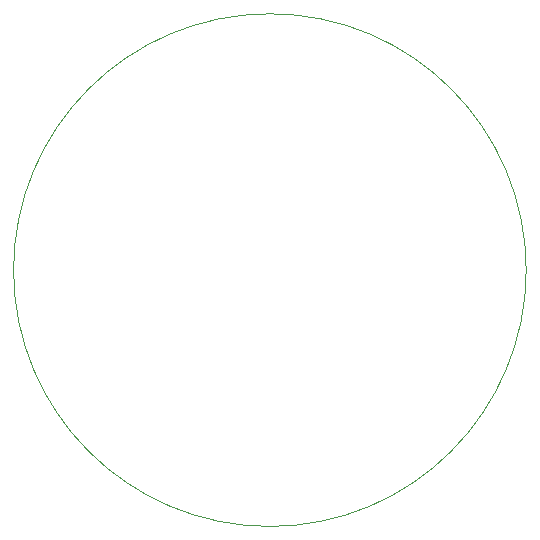
<source format=gbr>
%TF.GenerationSoftware,KiCad,Pcbnew,(5.1.6)-1*%
%TF.CreationDate,2020-08-28T22:53:53+02:00*%
%TF.ProjectId,pcbdesign,70636264-6573-4696-976e-2e6b69636164,rev?*%
%TF.SameCoordinates,Original*%
%TF.FileFunction,Legend,Bot*%
%TF.FilePolarity,Positive*%
%FSLAX46Y46*%
G04 Gerber Fmt 4.6, Leading zero omitted, Abs format (unit mm)*
G04 Created by KiCad (PCBNEW (5.1.6)-1) date 2020-08-28 22:53:53*
%MOMM*%
%LPD*%
G01*
G04 APERTURE LIST*
%ADD10C,0.120000*%
G04 APERTURE END LIST*
D10*
X134731770Y-113030000D02*
G75*
G03*
X134731770Y-113030000I-21701770J0D01*
G01*
M02*

</source>
